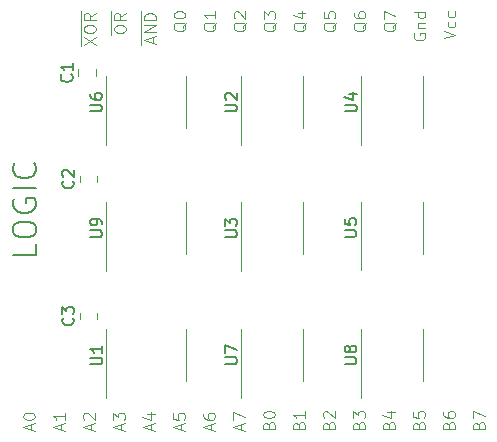
<source format=gbr>
%TF.GenerationSoftware,KiCad,Pcbnew,(6.0.0-0)*%
%TF.CreationDate,2022-01-17T21:16:48-05:00*%
%TF.ProjectId,Modules,4d6f6475-6c65-4732-9e6b-696361645f70,rev?*%
%TF.SameCoordinates,Original*%
%TF.FileFunction,Legend,Top*%
%TF.FilePolarity,Positive*%
%FSLAX46Y46*%
G04 Gerber Fmt 4.6, Leading zero omitted, Abs format (unit mm)*
G04 Created by KiCad (PCBNEW (6.0.0-0)) date 2022-01-17 21:16:48*
%MOMM*%
%LPD*%
G01*
G04 APERTURE LIST*
%ADD10C,0.100000*%
%ADD11C,0.150000*%
%ADD12C,0.120000*%
G04 APERTURE END LIST*
D10*
X235778571Y-100838571D02*
X235826190Y-100695714D01*
X235873809Y-100648095D01*
X235969047Y-100600476D01*
X236111904Y-100600476D01*
X236207142Y-100648095D01*
X236254761Y-100695714D01*
X236302380Y-100790952D01*
X236302380Y-101171904D01*
X235302380Y-101171904D01*
X235302380Y-100838571D01*
X235350000Y-100743333D01*
X235397619Y-100695714D01*
X235492857Y-100648095D01*
X235588095Y-100648095D01*
X235683333Y-100695714D01*
X235730952Y-100743333D01*
X235778571Y-100838571D01*
X235778571Y-101171904D01*
X235302380Y-100267142D02*
X235302380Y-99600476D01*
X236302380Y-100029047D01*
X233238571Y-100838571D02*
X233286190Y-100695714D01*
X233333809Y-100648095D01*
X233429047Y-100600476D01*
X233571904Y-100600476D01*
X233667142Y-100648095D01*
X233714761Y-100695714D01*
X233762380Y-100790952D01*
X233762380Y-101171904D01*
X232762380Y-101171904D01*
X232762380Y-100838571D01*
X232810000Y-100743333D01*
X232857619Y-100695714D01*
X232952857Y-100648095D01*
X233048095Y-100648095D01*
X233143333Y-100695714D01*
X233190952Y-100743333D01*
X233238571Y-100838571D01*
X233238571Y-101171904D01*
X232762380Y-99743333D02*
X232762380Y-99933809D01*
X232810000Y-100029047D01*
X232857619Y-100076666D01*
X233000476Y-100171904D01*
X233190952Y-100219523D01*
X233571904Y-100219523D01*
X233667142Y-100171904D01*
X233714761Y-100124285D01*
X233762380Y-100029047D01*
X233762380Y-99838571D01*
X233714761Y-99743333D01*
X233667142Y-99695714D01*
X233571904Y-99648095D01*
X233333809Y-99648095D01*
X233238571Y-99695714D01*
X233190952Y-99743333D01*
X233143333Y-99838571D01*
X233143333Y-100029047D01*
X233190952Y-100124285D01*
X233238571Y-100171904D01*
X233333809Y-100219523D01*
X230698571Y-100838571D02*
X230746190Y-100695714D01*
X230793809Y-100648095D01*
X230889047Y-100600476D01*
X231031904Y-100600476D01*
X231127142Y-100648095D01*
X231174761Y-100695714D01*
X231222380Y-100790952D01*
X231222380Y-101171904D01*
X230222380Y-101171904D01*
X230222380Y-100838571D01*
X230270000Y-100743333D01*
X230317619Y-100695714D01*
X230412857Y-100648095D01*
X230508095Y-100648095D01*
X230603333Y-100695714D01*
X230650952Y-100743333D01*
X230698571Y-100838571D01*
X230698571Y-101171904D01*
X230222380Y-99695714D02*
X230222380Y-100171904D01*
X230698571Y-100219523D01*
X230650952Y-100171904D01*
X230603333Y-100076666D01*
X230603333Y-99838571D01*
X230650952Y-99743333D01*
X230698571Y-99695714D01*
X230793809Y-99648095D01*
X231031904Y-99648095D01*
X231127142Y-99695714D01*
X231174761Y-99743333D01*
X231222380Y-99838571D01*
X231222380Y-100076666D01*
X231174761Y-100171904D01*
X231127142Y-100219523D01*
X228158571Y-100838571D02*
X228206190Y-100695714D01*
X228253809Y-100648095D01*
X228349047Y-100600476D01*
X228491904Y-100600476D01*
X228587142Y-100648095D01*
X228634761Y-100695714D01*
X228682380Y-100790952D01*
X228682380Y-101171904D01*
X227682380Y-101171904D01*
X227682380Y-100838571D01*
X227730000Y-100743333D01*
X227777619Y-100695714D01*
X227872857Y-100648095D01*
X227968095Y-100648095D01*
X228063333Y-100695714D01*
X228110952Y-100743333D01*
X228158571Y-100838571D01*
X228158571Y-101171904D01*
X228015714Y-99743333D02*
X228682380Y-99743333D01*
X227634761Y-99981428D02*
X228349047Y-100219523D01*
X228349047Y-99600476D01*
X225618571Y-100838571D02*
X225666190Y-100695714D01*
X225713809Y-100648095D01*
X225809047Y-100600476D01*
X225951904Y-100600476D01*
X226047142Y-100648095D01*
X226094761Y-100695714D01*
X226142380Y-100790952D01*
X226142380Y-101171904D01*
X225142380Y-101171904D01*
X225142380Y-100838571D01*
X225190000Y-100743333D01*
X225237619Y-100695714D01*
X225332857Y-100648095D01*
X225428095Y-100648095D01*
X225523333Y-100695714D01*
X225570952Y-100743333D01*
X225618571Y-100838571D01*
X225618571Y-101171904D01*
X225142380Y-100267142D02*
X225142380Y-99648095D01*
X225523333Y-99981428D01*
X225523333Y-99838571D01*
X225570952Y-99743333D01*
X225618571Y-99695714D01*
X225713809Y-99648095D01*
X225951904Y-99648095D01*
X226047142Y-99695714D01*
X226094761Y-99743333D01*
X226142380Y-99838571D01*
X226142380Y-100124285D01*
X226094761Y-100219523D01*
X226047142Y-100267142D01*
X223078571Y-100838571D02*
X223126190Y-100695714D01*
X223173809Y-100648095D01*
X223269047Y-100600476D01*
X223411904Y-100600476D01*
X223507142Y-100648095D01*
X223554761Y-100695714D01*
X223602380Y-100790952D01*
X223602380Y-101171904D01*
X222602380Y-101171904D01*
X222602380Y-100838571D01*
X222650000Y-100743333D01*
X222697619Y-100695714D01*
X222792857Y-100648095D01*
X222888095Y-100648095D01*
X222983333Y-100695714D01*
X223030952Y-100743333D01*
X223078571Y-100838571D01*
X223078571Y-101171904D01*
X222697619Y-100219523D02*
X222650000Y-100171904D01*
X222602380Y-100076666D01*
X222602380Y-99838571D01*
X222650000Y-99743333D01*
X222697619Y-99695714D01*
X222792857Y-99648095D01*
X222888095Y-99648095D01*
X223030952Y-99695714D01*
X223602380Y-100267142D01*
X223602380Y-99648095D01*
X220538571Y-100838571D02*
X220586190Y-100695714D01*
X220633809Y-100648095D01*
X220729047Y-100600476D01*
X220871904Y-100600476D01*
X220967142Y-100648095D01*
X221014761Y-100695714D01*
X221062380Y-100790952D01*
X221062380Y-101171904D01*
X220062380Y-101171904D01*
X220062380Y-100838571D01*
X220110000Y-100743333D01*
X220157619Y-100695714D01*
X220252857Y-100648095D01*
X220348095Y-100648095D01*
X220443333Y-100695714D01*
X220490952Y-100743333D01*
X220538571Y-100838571D01*
X220538571Y-101171904D01*
X221062380Y-99648095D02*
X221062380Y-100219523D01*
X221062380Y-99933809D02*
X220062380Y-99933809D01*
X220205238Y-100029047D01*
X220300476Y-100124285D01*
X220348095Y-100219523D01*
X217998571Y-100838571D02*
X218046190Y-100695714D01*
X218093809Y-100648095D01*
X218189047Y-100600476D01*
X218331904Y-100600476D01*
X218427142Y-100648095D01*
X218474761Y-100695714D01*
X218522380Y-100790952D01*
X218522380Y-101171904D01*
X217522380Y-101171904D01*
X217522380Y-100838571D01*
X217570000Y-100743333D01*
X217617619Y-100695714D01*
X217712857Y-100648095D01*
X217808095Y-100648095D01*
X217903333Y-100695714D01*
X217950952Y-100743333D01*
X217998571Y-100838571D01*
X217998571Y-101171904D01*
X217522380Y-99981428D02*
X217522380Y-99886190D01*
X217570000Y-99790952D01*
X217617619Y-99743333D01*
X217712857Y-99695714D01*
X217903333Y-99648095D01*
X218141428Y-99648095D01*
X218331904Y-99695714D01*
X218427142Y-99743333D01*
X218474761Y-99790952D01*
X218522380Y-99886190D01*
X218522380Y-99981428D01*
X218474761Y-100076666D01*
X218427142Y-100124285D01*
X218331904Y-100171904D01*
X218141428Y-100219523D01*
X217903333Y-100219523D01*
X217712857Y-100171904D01*
X217617619Y-100124285D01*
X217570000Y-100076666D01*
X217522380Y-99981428D01*
X215696666Y-101219523D02*
X215696666Y-100743333D01*
X215982380Y-101314761D02*
X214982380Y-100981428D01*
X215982380Y-100648095D01*
X214982380Y-100410000D02*
X214982380Y-99743333D01*
X215982380Y-100171904D01*
X213156666Y-101219523D02*
X213156666Y-100743333D01*
X213442380Y-101314761D02*
X212442380Y-100981428D01*
X213442380Y-100648095D01*
X212442380Y-99886190D02*
X212442380Y-100076666D01*
X212490000Y-100171904D01*
X212537619Y-100219523D01*
X212680476Y-100314761D01*
X212870952Y-100362380D01*
X213251904Y-100362380D01*
X213347142Y-100314761D01*
X213394761Y-100267142D01*
X213442380Y-100171904D01*
X213442380Y-99981428D01*
X213394761Y-99886190D01*
X213347142Y-99838571D01*
X213251904Y-99790952D01*
X213013809Y-99790952D01*
X212918571Y-99838571D01*
X212870952Y-99886190D01*
X212823333Y-99981428D01*
X212823333Y-100171904D01*
X212870952Y-100267142D01*
X212918571Y-100314761D01*
X213013809Y-100362380D01*
X210616666Y-101219523D02*
X210616666Y-100743333D01*
X210902380Y-101314761D02*
X209902380Y-100981428D01*
X210902380Y-100648095D01*
X209902380Y-99838571D02*
X209902380Y-100314761D01*
X210378571Y-100362380D01*
X210330952Y-100314761D01*
X210283333Y-100219523D01*
X210283333Y-99981428D01*
X210330952Y-99886190D01*
X210378571Y-99838571D01*
X210473809Y-99790952D01*
X210711904Y-99790952D01*
X210807142Y-99838571D01*
X210854761Y-99886190D01*
X210902380Y-99981428D01*
X210902380Y-100219523D01*
X210854761Y-100314761D01*
X210807142Y-100362380D01*
X208076666Y-101219523D02*
X208076666Y-100743333D01*
X208362380Y-101314761D02*
X207362380Y-100981428D01*
X208362380Y-100648095D01*
X207695714Y-99886190D02*
X208362380Y-99886190D01*
X207314761Y-100124285D02*
X208029047Y-100362380D01*
X208029047Y-99743333D01*
X205536666Y-101219523D02*
X205536666Y-100743333D01*
X205822380Y-101314761D02*
X204822380Y-100981428D01*
X205822380Y-100648095D01*
X204822380Y-100410000D02*
X204822380Y-99790952D01*
X205203333Y-100124285D01*
X205203333Y-99981428D01*
X205250952Y-99886190D01*
X205298571Y-99838571D01*
X205393809Y-99790952D01*
X205631904Y-99790952D01*
X205727142Y-99838571D01*
X205774761Y-99886190D01*
X205822380Y-99981428D01*
X205822380Y-100267142D01*
X205774761Y-100362380D01*
X205727142Y-100410000D01*
X202996666Y-101219523D02*
X202996666Y-100743333D01*
X203282380Y-101314761D02*
X202282380Y-100981428D01*
X203282380Y-100648095D01*
X202377619Y-100362380D02*
X202330000Y-100314761D01*
X202282380Y-100219523D01*
X202282380Y-99981428D01*
X202330000Y-99886190D01*
X202377619Y-99838571D01*
X202472857Y-99790952D01*
X202568095Y-99790952D01*
X202710952Y-99838571D01*
X203282380Y-100410000D01*
X203282380Y-99790952D01*
X200456666Y-101219523D02*
X200456666Y-100743333D01*
X200742380Y-101314761D02*
X199742380Y-100981428D01*
X200742380Y-100648095D01*
X200742380Y-99790952D02*
X200742380Y-100362380D01*
X200742380Y-100076666D02*
X199742380Y-100076666D01*
X199885238Y-100171904D01*
X199980476Y-100267142D01*
X200028095Y-100362380D01*
X197916666Y-101219523D02*
X197916666Y-100743333D01*
X198202380Y-101314761D02*
X197202380Y-100981428D01*
X198202380Y-100648095D01*
X197202380Y-100124285D02*
X197202380Y-100029047D01*
X197250000Y-99933809D01*
X197297619Y-99886190D01*
X197392857Y-99838571D01*
X197583333Y-99790952D01*
X197821428Y-99790952D01*
X198011904Y-99838571D01*
X198107142Y-99886190D01*
X198154761Y-99933809D01*
X198202380Y-100029047D01*
X198202380Y-100124285D01*
X198154761Y-100219523D01*
X198107142Y-100267142D01*
X198011904Y-100314761D01*
X197821428Y-100362380D01*
X197583333Y-100362380D01*
X197392857Y-100314761D01*
X197297619Y-100267142D01*
X197250000Y-100219523D01*
X197202380Y-100124285D01*
X202070000Y-68765000D02*
X202070000Y-67812619D01*
X202352380Y-68622142D02*
X203352380Y-67955476D01*
X202352380Y-67955476D02*
X203352380Y-68622142D01*
X202070000Y-67812619D02*
X202070000Y-66765000D01*
X202352380Y-67384047D02*
X202352380Y-67193571D01*
X202400000Y-67098333D01*
X202495238Y-67003095D01*
X202685714Y-66955476D01*
X203019047Y-66955476D01*
X203209523Y-67003095D01*
X203304761Y-67098333D01*
X203352380Y-67193571D01*
X203352380Y-67384047D01*
X203304761Y-67479285D01*
X203209523Y-67574523D01*
X203019047Y-67622142D01*
X202685714Y-67622142D01*
X202495238Y-67574523D01*
X202400000Y-67479285D01*
X202352380Y-67384047D01*
X202070000Y-66765000D02*
X202070000Y-65765000D01*
X203352380Y-65955476D02*
X202876190Y-66288809D01*
X203352380Y-66526904D02*
X202352380Y-66526904D01*
X202352380Y-66145952D01*
X202400000Y-66050714D01*
X202447619Y-66003095D01*
X202542857Y-65955476D01*
X202685714Y-65955476D01*
X202780952Y-66003095D01*
X202828571Y-66050714D01*
X202876190Y-66145952D01*
X202876190Y-66526904D01*
X204620000Y-67812619D02*
X204620000Y-66765000D01*
X204902380Y-67384047D02*
X204902380Y-67193571D01*
X204950000Y-67098333D01*
X205045238Y-67003095D01*
X205235714Y-66955476D01*
X205569047Y-66955476D01*
X205759523Y-67003095D01*
X205854761Y-67098333D01*
X205902380Y-67193571D01*
X205902380Y-67384047D01*
X205854761Y-67479285D01*
X205759523Y-67574523D01*
X205569047Y-67622142D01*
X205235714Y-67622142D01*
X205045238Y-67574523D01*
X204950000Y-67479285D01*
X204902380Y-67384047D01*
X204620000Y-66765000D02*
X204620000Y-65765000D01*
X205902380Y-65955476D02*
X205426190Y-66288809D01*
X205902380Y-66526904D02*
X204902380Y-66526904D01*
X204902380Y-66145952D01*
X204950000Y-66050714D01*
X204997619Y-66003095D01*
X205092857Y-65955476D01*
X205235714Y-65955476D01*
X205330952Y-66003095D01*
X205378571Y-66050714D01*
X205426190Y-66145952D01*
X205426190Y-66526904D01*
X207170000Y-68644761D02*
X207170000Y-67787619D01*
X208166666Y-68454285D02*
X208166666Y-67978095D01*
X208452380Y-68549523D02*
X207452380Y-68216190D01*
X208452380Y-67882857D01*
X207170000Y-67787619D02*
X207170000Y-66740000D01*
X208452380Y-67549523D02*
X207452380Y-67549523D01*
X208452380Y-66978095D01*
X207452380Y-66978095D01*
X207170000Y-66740000D02*
X207170000Y-65740000D01*
X208452380Y-66501904D02*
X207452380Y-66501904D01*
X207452380Y-66263809D01*
X207500000Y-66120952D01*
X207595238Y-66025714D01*
X207690476Y-65978095D01*
X207880952Y-65930476D01*
X208023809Y-65930476D01*
X208214285Y-65978095D01*
X208309523Y-66025714D01*
X208404761Y-66120952D01*
X208452380Y-66263809D01*
X208452380Y-66501904D01*
X232812380Y-68091190D02*
X233812380Y-67757857D01*
X232812380Y-67424523D01*
X233764761Y-66662619D02*
X233812380Y-66757857D01*
X233812380Y-66948333D01*
X233764761Y-67043571D01*
X233717142Y-67091190D01*
X233621904Y-67138809D01*
X233336190Y-67138809D01*
X233240952Y-67091190D01*
X233193333Y-67043571D01*
X233145714Y-66948333D01*
X233145714Y-66757857D01*
X233193333Y-66662619D01*
X233764761Y-65805476D02*
X233812380Y-65900714D01*
X233812380Y-66091190D01*
X233764761Y-66186428D01*
X233717142Y-66234047D01*
X233621904Y-66281666D01*
X233336190Y-66281666D01*
X233240952Y-66234047D01*
X233193333Y-66186428D01*
X233145714Y-66091190D01*
X233145714Y-65900714D01*
X233193333Y-65805476D01*
X230320000Y-67662619D02*
X230272380Y-67757857D01*
X230272380Y-67900714D01*
X230320000Y-68043571D01*
X230415238Y-68138809D01*
X230510476Y-68186428D01*
X230700952Y-68234047D01*
X230843809Y-68234047D01*
X231034285Y-68186428D01*
X231129523Y-68138809D01*
X231224761Y-68043571D01*
X231272380Y-67900714D01*
X231272380Y-67805476D01*
X231224761Y-67662619D01*
X231177142Y-67615000D01*
X230843809Y-67615000D01*
X230843809Y-67805476D01*
X230605714Y-67186428D02*
X231272380Y-67186428D01*
X230700952Y-67186428D02*
X230653333Y-67138809D01*
X230605714Y-67043571D01*
X230605714Y-66900714D01*
X230653333Y-66805476D01*
X230748571Y-66757857D01*
X231272380Y-66757857D01*
X231272380Y-65853095D02*
X230272380Y-65853095D01*
X231224761Y-65853095D02*
X231272380Y-65948333D01*
X231272380Y-66138809D01*
X231224761Y-66234047D01*
X231177142Y-66281666D01*
X231081904Y-66329285D01*
X230796190Y-66329285D01*
X230700952Y-66281666D01*
X230653333Y-66234047D01*
X230605714Y-66138809D01*
X230605714Y-65948333D01*
X230653333Y-65853095D01*
X228827619Y-66710238D02*
X228780000Y-66805476D01*
X228684761Y-66900714D01*
X228541904Y-67043571D01*
X228494285Y-67138809D01*
X228494285Y-67234047D01*
X228732380Y-67186428D02*
X228684761Y-67281666D01*
X228589523Y-67376904D01*
X228399047Y-67424523D01*
X228065714Y-67424523D01*
X227875238Y-67376904D01*
X227780000Y-67281666D01*
X227732380Y-67186428D01*
X227732380Y-66995952D01*
X227780000Y-66900714D01*
X227875238Y-66805476D01*
X228065714Y-66757857D01*
X228399047Y-66757857D01*
X228589523Y-66805476D01*
X228684761Y-66900714D01*
X228732380Y-66995952D01*
X228732380Y-67186428D01*
X227732380Y-66424523D02*
X227732380Y-65757857D01*
X228732380Y-66186428D01*
X226287619Y-66710238D02*
X226240000Y-66805476D01*
X226144761Y-66900714D01*
X226001904Y-67043571D01*
X225954285Y-67138809D01*
X225954285Y-67234047D01*
X226192380Y-67186428D02*
X226144761Y-67281666D01*
X226049523Y-67376904D01*
X225859047Y-67424523D01*
X225525714Y-67424523D01*
X225335238Y-67376904D01*
X225240000Y-67281666D01*
X225192380Y-67186428D01*
X225192380Y-66995952D01*
X225240000Y-66900714D01*
X225335238Y-66805476D01*
X225525714Y-66757857D01*
X225859047Y-66757857D01*
X226049523Y-66805476D01*
X226144761Y-66900714D01*
X226192380Y-66995952D01*
X226192380Y-67186428D01*
X225192380Y-65900714D02*
X225192380Y-66091190D01*
X225240000Y-66186428D01*
X225287619Y-66234047D01*
X225430476Y-66329285D01*
X225620952Y-66376904D01*
X226001904Y-66376904D01*
X226097142Y-66329285D01*
X226144761Y-66281666D01*
X226192380Y-66186428D01*
X226192380Y-65995952D01*
X226144761Y-65900714D01*
X226097142Y-65853095D01*
X226001904Y-65805476D01*
X225763809Y-65805476D01*
X225668571Y-65853095D01*
X225620952Y-65900714D01*
X225573333Y-65995952D01*
X225573333Y-66186428D01*
X225620952Y-66281666D01*
X225668571Y-66329285D01*
X225763809Y-66376904D01*
X223747619Y-66710238D02*
X223700000Y-66805476D01*
X223604761Y-66900714D01*
X223461904Y-67043571D01*
X223414285Y-67138809D01*
X223414285Y-67234047D01*
X223652380Y-67186428D02*
X223604761Y-67281666D01*
X223509523Y-67376904D01*
X223319047Y-67424523D01*
X222985714Y-67424523D01*
X222795238Y-67376904D01*
X222700000Y-67281666D01*
X222652380Y-67186428D01*
X222652380Y-66995952D01*
X222700000Y-66900714D01*
X222795238Y-66805476D01*
X222985714Y-66757857D01*
X223319047Y-66757857D01*
X223509523Y-66805476D01*
X223604761Y-66900714D01*
X223652380Y-66995952D01*
X223652380Y-67186428D01*
X222652380Y-65853095D02*
X222652380Y-66329285D01*
X223128571Y-66376904D01*
X223080952Y-66329285D01*
X223033333Y-66234047D01*
X223033333Y-65995952D01*
X223080952Y-65900714D01*
X223128571Y-65853095D01*
X223223809Y-65805476D01*
X223461904Y-65805476D01*
X223557142Y-65853095D01*
X223604761Y-65900714D01*
X223652380Y-65995952D01*
X223652380Y-66234047D01*
X223604761Y-66329285D01*
X223557142Y-66376904D01*
X221207619Y-66710238D02*
X221160000Y-66805476D01*
X221064761Y-66900714D01*
X220921904Y-67043571D01*
X220874285Y-67138809D01*
X220874285Y-67234047D01*
X221112380Y-67186428D02*
X221064761Y-67281666D01*
X220969523Y-67376904D01*
X220779047Y-67424523D01*
X220445714Y-67424523D01*
X220255238Y-67376904D01*
X220160000Y-67281666D01*
X220112380Y-67186428D01*
X220112380Y-66995952D01*
X220160000Y-66900714D01*
X220255238Y-66805476D01*
X220445714Y-66757857D01*
X220779047Y-66757857D01*
X220969523Y-66805476D01*
X221064761Y-66900714D01*
X221112380Y-66995952D01*
X221112380Y-67186428D01*
X220445714Y-65900714D02*
X221112380Y-65900714D01*
X220064761Y-66138809D02*
X220779047Y-66376904D01*
X220779047Y-65757857D01*
X218667619Y-66710238D02*
X218620000Y-66805476D01*
X218524761Y-66900714D01*
X218381904Y-67043571D01*
X218334285Y-67138809D01*
X218334285Y-67234047D01*
X218572380Y-67186428D02*
X218524761Y-67281666D01*
X218429523Y-67376904D01*
X218239047Y-67424523D01*
X217905714Y-67424523D01*
X217715238Y-67376904D01*
X217620000Y-67281666D01*
X217572380Y-67186428D01*
X217572380Y-66995952D01*
X217620000Y-66900714D01*
X217715238Y-66805476D01*
X217905714Y-66757857D01*
X218239047Y-66757857D01*
X218429523Y-66805476D01*
X218524761Y-66900714D01*
X218572380Y-66995952D01*
X218572380Y-67186428D01*
X217572380Y-66424523D02*
X217572380Y-65805476D01*
X217953333Y-66138809D01*
X217953333Y-65995952D01*
X218000952Y-65900714D01*
X218048571Y-65853095D01*
X218143809Y-65805476D01*
X218381904Y-65805476D01*
X218477142Y-65853095D01*
X218524761Y-65900714D01*
X218572380Y-65995952D01*
X218572380Y-66281666D01*
X218524761Y-66376904D01*
X218477142Y-66424523D01*
X216127619Y-66710238D02*
X216080000Y-66805476D01*
X215984761Y-66900714D01*
X215841904Y-67043571D01*
X215794285Y-67138809D01*
X215794285Y-67234047D01*
X216032380Y-67186428D02*
X215984761Y-67281666D01*
X215889523Y-67376904D01*
X215699047Y-67424523D01*
X215365714Y-67424523D01*
X215175238Y-67376904D01*
X215080000Y-67281666D01*
X215032380Y-67186428D01*
X215032380Y-66995952D01*
X215080000Y-66900714D01*
X215175238Y-66805476D01*
X215365714Y-66757857D01*
X215699047Y-66757857D01*
X215889523Y-66805476D01*
X215984761Y-66900714D01*
X216032380Y-66995952D01*
X216032380Y-67186428D01*
X215127619Y-66376904D02*
X215080000Y-66329285D01*
X215032380Y-66234047D01*
X215032380Y-65995952D01*
X215080000Y-65900714D01*
X215127619Y-65853095D01*
X215222857Y-65805476D01*
X215318095Y-65805476D01*
X215460952Y-65853095D01*
X216032380Y-66424523D01*
X216032380Y-65805476D01*
X213587619Y-66710238D02*
X213540000Y-66805476D01*
X213444761Y-66900714D01*
X213301904Y-67043571D01*
X213254285Y-67138809D01*
X213254285Y-67234047D01*
X213492380Y-67186428D02*
X213444761Y-67281666D01*
X213349523Y-67376904D01*
X213159047Y-67424523D01*
X212825714Y-67424523D01*
X212635238Y-67376904D01*
X212540000Y-67281666D01*
X212492380Y-67186428D01*
X212492380Y-66995952D01*
X212540000Y-66900714D01*
X212635238Y-66805476D01*
X212825714Y-66757857D01*
X213159047Y-66757857D01*
X213349523Y-66805476D01*
X213444761Y-66900714D01*
X213492380Y-66995952D01*
X213492380Y-67186428D01*
X213492380Y-65805476D02*
X213492380Y-66376904D01*
X213492380Y-66091190D02*
X212492380Y-66091190D01*
X212635238Y-66186428D01*
X212730476Y-66281666D01*
X212778095Y-66376904D01*
X211047619Y-66710238D02*
X211000000Y-66805476D01*
X210904761Y-66900714D01*
X210761904Y-67043571D01*
X210714285Y-67138809D01*
X210714285Y-67234047D01*
X210952380Y-67186428D02*
X210904761Y-67281666D01*
X210809523Y-67376904D01*
X210619047Y-67424523D01*
X210285714Y-67424523D01*
X210095238Y-67376904D01*
X210000000Y-67281666D01*
X209952380Y-67186428D01*
X209952380Y-66995952D01*
X210000000Y-66900714D01*
X210095238Y-66805476D01*
X210285714Y-66757857D01*
X210619047Y-66757857D01*
X210809523Y-66805476D01*
X210904761Y-66900714D01*
X210952380Y-66995952D01*
X210952380Y-67186428D01*
X209952380Y-66138809D02*
X209952380Y-66043571D01*
X210000000Y-65948333D01*
X210047619Y-65900714D01*
X210142857Y-65853095D01*
X210333333Y-65805476D01*
X210571428Y-65805476D01*
X210761904Y-65853095D01*
X210857142Y-65900714D01*
X210904761Y-65948333D01*
X210952380Y-66043571D01*
X210952380Y-66138809D01*
X210904761Y-66234047D01*
X210857142Y-66281666D01*
X210761904Y-66329285D01*
X210571428Y-66376904D01*
X210333333Y-66376904D01*
X210142857Y-66329285D01*
X210047619Y-66281666D01*
X210000000Y-66234047D01*
X209952380Y-66138809D01*
D11*
X198329761Y-85504761D02*
X198329761Y-86457142D01*
X196329761Y-86457142D01*
X196329761Y-84457142D02*
X196329761Y-84076190D01*
X196425000Y-83885714D01*
X196615476Y-83695238D01*
X196996428Y-83600000D01*
X197663095Y-83600000D01*
X198044047Y-83695238D01*
X198234523Y-83885714D01*
X198329761Y-84076190D01*
X198329761Y-84457142D01*
X198234523Y-84647619D01*
X198044047Y-84838095D01*
X197663095Y-84933333D01*
X196996428Y-84933333D01*
X196615476Y-84838095D01*
X196425000Y-84647619D01*
X196329761Y-84457142D01*
X196425000Y-81695238D02*
X196329761Y-81885714D01*
X196329761Y-82171428D01*
X196425000Y-82457142D01*
X196615476Y-82647619D01*
X196805952Y-82742857D01*
X197186904Y-82838095D01*
X197472619Y-82838095D01*
X197853571Y-82742857D01*
X198044047Y-82647619D01*
X198234523Y-82457142D01*
X198329761Y-82171428D01*
X198329761Y-81980952D01*
X198234523Y-81695238D01*
X198139285Y-81600000D01*
X197472619Y-81600000D01*
X197472619Y-81980952D01*
X198329761Y-80742857D02*
X196329761Y-80742857D01*
X198139285Y-78647619D02*
X198234523Y-78742857D01*
X198329761Y-79028571D01*
X198329761Y-79219047D01*
X198234523Y-79504761D01*
X198044047Y-79695238D01*
X197853571Y-79790476D01*
X197472619Y-79885714D01*
X197186904Y-79885714D01*
X196805952Y-79790476D01*
X196615476Y-79695238D01*
X196425000Y-79504761D01*
X196329761Y-79219047D01*
X196329761Y-79028571D01*
X196425000Y-78742857D01*
X196520238Y-78647619D01*
%TO.C,C1*%
X201302142Y-71141666D02*
X201349761Y-71189285D01*
X201397380Y-71332142D01*
X201397380Y-71427380D01*
X201349761Y-71570238D01*
X201254523Y-71665476D01*
X201159285Y-71713095D01*
X200968809Y-71760714D01*
X200825952Y-71760714D01*
X200635476Y-71713095D01*
X200540238Y-71665476D01*
X200445000Y-71570238D01*
X200397380Y-71427380D01*
X200397380Y-71332142D01*
X200445000Y-71189285D01*
X200492619Y-71141666D01*
X201397380Y-70189285D02*
X201397380Y-70760714D01*
X201397380Y-70475000D02*
X200397380Y-70475000D01*
X200540238Y-70570238D01*
X200635476Y-70665476D01*
X200683095Y-70760714D01*
%TO.C,U2*%
X214302380Y-74261904D02*
X215111904Y-74261904D01*
X215207142Y-74214285D01*
X215254761Y-74166666D01*
X215302380Y-74071428D01*
X215302380Y-73880952D01*
X215254761Y-73785714D01*
X215207142Y-73738095D01*
X215111904Y-73690476D01*
X214302380Y-73690476D01*
X214397619Y-73261904D02*
X214350000Y-73214285D01*
X214302380Y-73119047D01*
X214302380Y-72880952D01*
X214350000Y-72785714D01*
X214397619Y-72738095D01*
X214492857Y-72690476D01*
X214588095Y-72690476D01*
X214730952Y-72738095D01*
X215302380Y-73309523D01*
X215302380Y-72690476D01*
%TO.C,U7*%
X214302380Y-95661904D02*
X215111904Y-95661904D01*
X215207142Y-95614285D01*
X215254761Y-95566666D01*
X215302380Y-95471428D01*
X215302380Y-95280952D01*
X215254761Y-95185714D01*
X215207142Y-95138095D01*
X215111904Y-95090476D01*
X214302380Y-95090476D01*
X214302380Y-94709523D02*
X214302380Y-94042857D01*
X215302380Y-94471428D01*
%TO.C,U9*%
X202877380Y-84911904D02*
X203686904Y-84911904D01*
X203782142Y-84864285D01*
X203829761Y-84816666D01*
X203877380Y-84721428D01*
X203877380Y-84530952D01*
X203829761Y-84435714D01*
X203782142Y-84388095D01*
X203686904Y-84340476D01*
X202877380Y-84340476D01*
X203877380Y-83816666D02*
X203877380Y-83626190D01*
X203829761Y-83530952D01*
X203782142Y-83483333D01*
X203639285Y-83388095D01*
X203448809Y-83340476D01*
X203067857Y-83340476D01*
X202972619Y-83388095D01*
X202925000Y-83435714D01*
X202877380Y-83530952D01*
X202877380Y-83721428D01*
X202925000Y-83816666D01*
X202972619Y-83864285D01*
X203067857Y-83911904D01*
X203305952Y-83911904D01*
X203401190Y-83864285D01*
X203448809Y-83816666D01*
X203496428Y-83721428D01*
X203496428Y-83530952D01*
X203448809Y-83435714D01*
X203401190Y-83388095D01*
X203305952Y-83340476D01*
%TO.C,U1*%
X202902380Y-95686904D02*
X203711904Y-95686904D01*
X203807142Y-95639285D01*
X203854761Y-95591666D01*
X203902380Y-95496428D01*
X203902380Y-95305952D01*
X203854761Y-95210714D01*
X203807142Y-95163095D01*
X203711904Y-95115476D01*
X202902380Y-95115476D01*
X203902380Y-94115476D02*
X203902380Y-94686904D01*
X203902380Y-94401190D02*
X202902380Y-94401190D01*
X203045238Y-94496428D01*
X203140476Y-94591666D01*
X203188095Y-94686904D01*
%TO.C,U5*%
X224427380Y-84886904D02*
X225236904Y-84886904D01*
X225332142Y-84839285D01*
X225379761Y-84791666D01*
X225427380Y-84696428D01*
X225427380Y-84505952D01*
X225379761Y-84410714D01*
X225332142Y-84363095D01*
X225236904Y-84315476D01*
X224427380Y-84315476D01*
X224427380Y-83363095D02*
X224427380Y-83839285D01*
X224903571Y-83886904D01*
X224855952Y-83839285D01*
X224808333Y-83744047D01*
X224808333Y-83505952D01*
X224855952Y-83410714D01*
X224903571Y-83363095D01*
X224998809Y-83315476D01*
X225236904Y-83315476D01*
X225332142Y-83363095D01*
X225379761Y-83410714D01*
X225427380Y-83505952D01*
X225427380Y-83744047D01*
X225379761Y-83839285D01*
X225332142Y-83886904D01*
%TO.C,U6*%
X202877380Y-74261904D02*
X203686904Y-74261904D01*
X203782142Y-74214285D01*
X203829761Y-74166666D01*
X203877380Y-74071428D01*
X203877380Y-73880952D01*
X203829761Y-73785714D01*
X203782142Y-73738095D01*
X203686904Y-73690476D01*
X202877380Y-73690476D01*
X202877380Y-72785714D02*
X202877380Y-72976190D01*
X202925000Y-73071428D01*
X202972619Y-73119047D01*
X203115476Y-73214285D01*
X203305952Y-73261904D01*
X203686904Y-73261904D01*
X203782142Y-73214285D01*
X203829761Y-73166666D01*
X203877380Y-73071428D01*
X203877380Y-72880952D01*
X203829761Y-72785714D01*
X203782142Y-72738095D01*
X203686904Y-72690476D01*
X203448809Y-72690476D01*
X203353571Y-72738095D01*
X203305952Y-72785714D01*
X203258333Y-72880952D01*
X203258333Y-73071428D01*
X203305952Y-73166666D01*
X203353571Y-73214285D01*
X203448809Y-73261904D01*
%TO.C,C3*%
X201402142Y-91766666D02*
X201449761Y-91814285D01*
X201497380Y-91957142D01*
X201497380Y-92052380D01*
X201449761Y-92195238D01*
X201354523Y-92290476D01*
X201259285Y-92338095D01*
X201068809Y-92385714D01*
X200925952Y-92385714D01*
X200735476Y-92338095D01*
X200640238Y-92290476D01*
X200545000Y-92195238D01*
X200497380Y-92052380D01*
X200497380Y-91957142D01*
X200545000Y-91814285D01*
X200592619Y-91766666D01*
X200497380Y-91433333D02*
X200497380Y-90814285D01*
X200878333Y-91147619D01*
X200878333Y-91004761D01*
X200925952Y-90909523D01*
X200973571Y-90861904D01*
X201068809Y-90814285D01*
X201306904Y-90814285D01*
X201402142Y-90861904D01*
X201449761Y-90909523D01*
X201497380Y-91004761D01*
X201497380Y-91290476D01*
X201449761Y-91385714D01*
X201402142Y-91433333D01*
%TO.C,U8*%
X224427380Y-95661904D02*
X225236904Y-95661904D01*
X225332142Y-95614285D01*
X225379761Y-95566666D01*
X225427380Y-95471428D01*
X225427380Y-95280952D01*
X225379761Y-95185714D01*
X225332142Y-95138095D01*
X225236904Y-95090476D01*
X224427380Y-95090476D01*
X224855952Y-94471428D02*
X224808333Y-94566666D01*
X224760714Y-94614285D01*
X224665476Y-94661904D01*
X224617857Y-94661904D01*
X224522619Y-94614285D01*
X224475000Y-94566666D01*
X224427380Y-94471428D01*
X224427380Y-94280952D01*
X224475000Y-94185714D01*
X224522619Y-94138095D01*
X224617857Y-94090476D01*
X224665476Y-94090476D01*
X224760714Y-94138095D01*
X224808333Y-94185714D01*
X224855952Y-94280952D01*
X224855952Y-94471428D01*
X224903571Y-94566666D01*
X224951190Y-94614285D01*
X225046428Y-94661904D01*
X225236904Y-94661904D01*
X225332142Y-94614285D01*
X225379761Y-94566666D01*
X225427380Y-94471428D01*
X225427380Y-94280952D01*
X225379761Y-94185714D01*
X225332142Y-94138095D01*
X225236904Y-94090476D01*
X225046428Y-94090476D01*
X224951190Y-94138095D01*
X224903571Y-94185714D01*
X224855952Y-94280952D01*
%TO.C,C2*%
X201402142Y-80166666D02*
X201449761Y-80214285D01*
X201497380Y-80357142D01*
X201497380Y-80452380D01*
X201449761Y-80595238D01*
X201354523Y-80690476D01*
X201259285Y-80738095D01*
X201068809Y-80785714D01*
X200925952Y-80785714D01*
X200735476Y-80738095D01*
X200640238Y-80690476D01*
X200545000Y-80595238D01*
X200497380Y-80452380D01*
X200497380Y-80357142D01*
X200545000Y-80214285D01*
X200592619Y-80166666D01*
X200592619Y-79785714D02*
X200545000Y-79738095D01*
X200497380Y-79642857D01*
X200497380Y-79404761D01*
X200545000Y-79309523D01*
X200592619Y-79261904D01*
X200687857Y-79214285D01*
X200783095Y-79214285D01*
X200925952Y-79261904D01*
X201497380Y-79833333D01*
X201497380Y-79214285D01*
%TO.C,U4*%
X224452380Y-74261904D02*
X225261904Y-74261904D01*
X225357142Y-74214285D01*
X225404761Y-74166666D01*
X225452380Y-74071428D01*
X225452380Y-73880952D01*
X225404761Y-73785714D01*
X225357142Y-73738095D01*
X225261904Y-73690476D01*
X224452380Y-73690476D01*
X224785714Y-72785714D02*
X225452380Y-72785714D01*
X224404761Y-73023809D02*
X225119047Y-73261904D01*
X225119047Y-72642857D01*
%TO.C,U3*%
X214302380Y-84911904D02*
X215111904Y-84911904D01*
X215207142Y-84864285D01*
X215254761Y-84816666D01*
X215302380Y-84721428D01*
X215302380Y-84530952D01*
X215254761Y-84435714D01*
X215207142Y-84388095D01*
X215111904Y-84340476D01*
X214302380Y-84340476D01*
X214302380Y-83959523D02*
X214302380Y-83340476D01*
X214683333Y-83673809D01*
X214683333Y-83530952D01*
X214730952Y-83435714D01*
X214778571Y-83388095D01*
X214873809Y-83340476D01*
X215111904Y-83340476D01*
X215207142Y-83388095D01*
X215254761Y-83435714D01*
X215302380Y-83530952D01*
X215302380Y-83816666D01*
X215254761Y-83911904D01*
X215207142Y-83959523D01*
D12*
%TO.C,C1*%
X203360000Y-71236252D02*
X203360000Y-70713748D01*
X201890000Y-71236252D02*
X201890000Y-70713748D01*
%TO.C,U2*%
X215690000Y-73500000D02*
X215690000Y-71300000D01*
X215690000Y-73500000D02*
X215690000Y-77100000D01*
X220910000Y-73500000D02*
X220910000Y-71300000D01*
X220910000Y-73500000D02*
X220910000Y-75700000D01*
%TO.C,U7*%
X215690000Y-94900000D02*
X215690000Y-98500000D01*
X220910000Y-94900000D02*
X220910000Y-92700000D01*
X215690000Y-94900000D02*
X215690000Y-92700000D01*
X220910000Y-94900000D02*
X220910000Y-97100000D01*
%TO.C,U9*%
X204240000Y-84150000D02*
X204240000Y-87750000D01*
X211010000Y-84150000D02*
X211010000Y-81950000D01*
X211010000Y-84150000D02*
X211010000Y-86350000D01*
X204240000Y-84150000D02*
X204240000Y-81950000D01*
%TO.C,U1*%
X211035000Y-94925000D02*
X211035000Y-97125000D01*
X211035000Y-94925000D02*
X211035000Y-92725000D01*
X204265000Y-94925000D02*
X204265000Y-92725000D01*
X204265000Y-94925000D02*
X204265000Y-98525000D01*
%TO.C,U5*%
X231035000Y-84125000D02*
X231035000Y-81925000D01*
X231035000Y-84125000D02*
X231035000Y-86325000D01*
X225815000Y-84125000D02*
X225815000Y-81925000D01*
X225815000Y-84125000D02*
X225815000Y-87725000D01*
%TO.C,U6*%
X211010000Y-73500000D02*
X211010000Y-71300000D01*
X211010000Y-73500000D02*
X211010000Y-75700000D01*
X204240000Y-73500000D02*
X204240000Y-77100000D01*
X204240000Y-73500000D02*
X204240000Y-71300000D01*
%TO.C,C3*%
X203460000Y-91861252D02*
X203460000Y-91338748D01*
X201990000Y-91861252D02*
X201990000Y-91338748D01*
%TO.C,U8*%
X231035000Y-94900000D02*
X231035000Y-97100000D01*
X225815000Y-94900000D02*
X225815000Y-92700000D01*
X231035000Y-94900000D02*
X231035000Y-92700000D01*
X225815000Y-94900000D02*
X225815000Y-98500000D01*
%TO.C,C2*%
X203460000Y-80261252D02*
X203460000Y-79738748D01*
X201990000Y-80261252D02*
X201990000Y-79738748D01*
%TO.C,U4*%
X231060000Y-73500000D02*
X231060000Y-71300000D01*
X225840000Y-73500000D02*
X225840000Y-71300000D01*
X225840000Y-73500000D02*
X225840000Y-77100000D01*
X231060000Y-73500000D02*
X231060000Y-75700000D01*
%TO.C,U3*%
X220910000Y-84150000D02*
X220910000Y-86350000D01*
X220910000Y-84150000D02*
X220910000Y-81950000D01*
X215690000Y-84150000D02*
X215690000Y-81950000D01*
X215690000Y-84150000D02*
X215690000Y-87750000D01*
%TD*%
M02*

</source>
